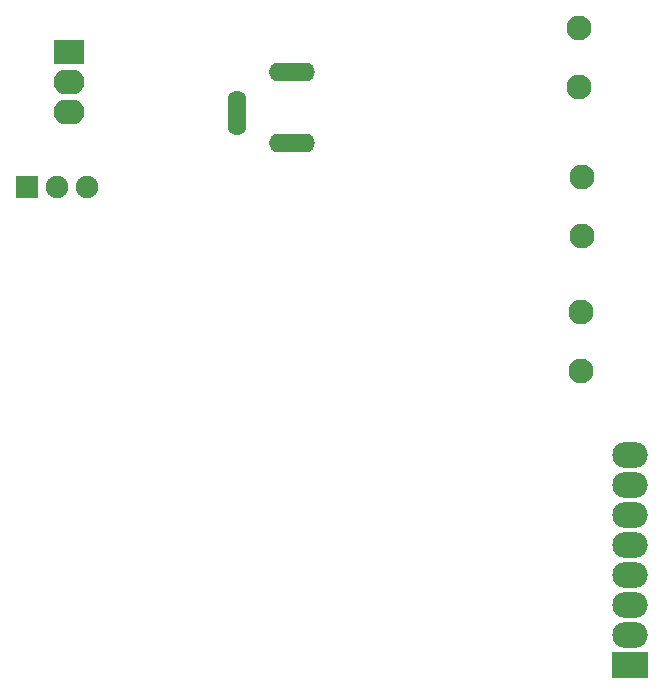
<source format=gbs>
G04 Layer: BottomSolderMaskLayer*
G04 EasyEDA v6.5.50, 2025-05-11 21:30:58*
G04 57ce2a779753491496e961f97abc4982,bfcb7ea688f34dc99dffbe5811d057cf,10*
G04 Gerber Generator version 0.2*
G04 Scale: 100 percent, Rotated: No, Reflected: No *
G04 Dimensions in millimeters *
G04 leading zeros omitted , absolute positions ,4 integer and 5 decimal *
%FSLAX45Y45*%
%MOMM*%

%AMMACRO1*4,1,8,-0.9211,-0.9508,-0.9508,-0.921,-0.9508,0.9211,-0.9211,0.9508,0.921,0.9508,0.9508,0.9211,0.9508,-0.921,0.921,-0.9508,-0.9211,-0.9508,0*%
%AMMACRO2*4,1,8,-1.2707,-1.0516,-1.3005,-1.0218,-1.3005,1.0218,-1.2707,1.0516,1.2707,1.0516,1.3005,1.0218,1.3005,-1.0218,1.2707,-1.0516,-1.2707,-1.0516,0*%
%AMMACRO3*4,1,8,-1.4421,-1.1016,-1.5016,-1.0421,-1.5016,1.0421,-1.4421,1.1016,1.4421,1.1016,1.5016,1.0421,1.5016,-1.0421,1.4421,-1.1016,-1.4421,-1.1016,0*%
%ADD10C,2.1016*%
%ADD11O,1.9015964X1.9015964*%
%ADD12MACRO1*%
%ADD13MACRO2*%
%ADD14O,2.601595X2.101596*%
%ADD15O,1.6015970000000002X3.8015926*%
%ADD16O,3.9015924X1.6015970000000002*%
%ADD17MACRO3*%
%ADD18O,3.0031944X2.2031959999999997*%
%ADD19O,0.019X2.2031959999999997*%

%LPD*%
D10*
G01*
X8940800Y5185155D03*
G01*
X8940800Y5686044D03*
G01*
X8953500Y6328155D03*
G01*
X8953500Y6829044D03*
G01*
X8928100Y7585455D03*
G01*
X8928100Y8086344D03*
D11*
G01*
X4762500Y6743700D03*
G01*
X4508500Y6743700D03*
D12*
G01*
X4254500Y6743700D03*
D13*
G01*
X4610100Y7886700D03*
D14*
G01*
X4610100Y7378700D03*
G01*
X4610100Y7632700D03*
D15*
G01*
X6028563Y7366762D03*
D16*
G01*
X6493636Y7716773D03*
G01*
X6493636Y7116826D03*
D17*
G01*
X9359900Y2692400D03*
D18*
G01*
X9359900Y2946400D03*
G01*
X9359900Y3200400D03*
G01*
X9359900Y3454400D03*
G01*
X9359900Y3708400D03*
G01*
X9359900Y3962400D03*
G01*
X9359900Y4216400D03*
G01*
X9359900Y4470400D03*
M02*

</source>
